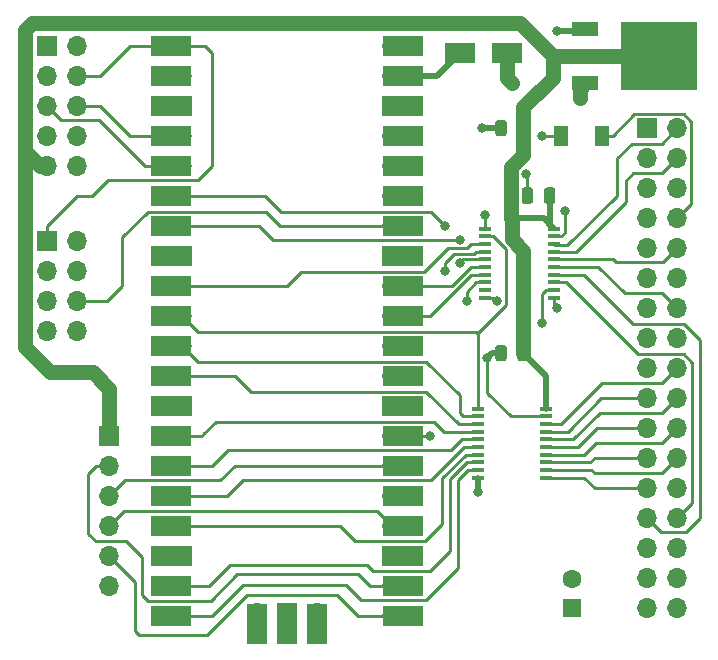
<source format=gtl>
G04 #@! TF.GenerationSoftware,KiCad,Pcbnew,(5.1.10)-1*
G04 #@! TF.CreationDate,2021-07-28T22:28:55+09:30*
G04 #@! TF.ProjectId,FilestoreE01-SSD,46696c65-7374-46f7-9265-4530312d5353,rev?*
G04 #@! TF.SameCoordinates,Original*
G04 #@! TF.FileFunction,Copper,L1,Top*
G04 #@! TF.FilePolarity,Positive*
%FSLAX46Y46*%
G04 Gerber Fmt 4.6, Leading zero omitted, Abs format (unit mm)*
G04 Created by KiCad (PCBNEW (5.1.10)-1) date 2021-07-28 22:28:55*
%MOMM*%
%LPD*%
G01*
G04 APERTURE LIST*
G04 #@! TA.AperFunction,SMDPad,CuDef*
%ADD10R,6.400000X5.800000*%
G04 #@! TD*
G04 #@! TA.AperFunction,SMDPad,CuDef*
%ADD11R,2.200000X1.200000*%
G04 #@! TD*
G04 #@! TA.AperFunction,SMDPad,CuDef*
%ADD12R,1.000000X0.400000*%
G04 #@! TD*
G04 #@! TA.AperFunction,ComponentPad*
%ADD13O,1.700000X1.700000*%
G04 #@! TD*
G04 #@! TA.AperFunction,SMDPad,CuDef*
%ADD14R,1.700000X3.500000*%
G04 #@! TD*
G04 #@! TA.AperFunction,ComponentPad*
%ADD15R,1.700000X1.700000*%
G04 #@! TD*
G04 #@! TA.AperFunction,SMDPad,CuDef*
%ADD16R,3.500000X1.700000*%
G04 #@! TD*
G04 #@! TA.AperFunction,SMDPad,CuDef*
%ADD17R,2.500000X1.800000*%
G04 #@! TD*
G04 #@! TA.AperFunction,ComponentPad*
%ADD18C,1.600000*%
G04 #@! TD*
G04 #@! TA.AperFunction,ComponentPad*
%ADD19R,1.600000X1.600000*%
G04 #@! TD*
G04 #@! TA.AperFunction,SMDPad,CuDef*
%ADD20R,1.300000X1.700000*%
G04 #@! TD*
G04 #@! TA.AperFunction,ViaPad*
%ADD21C,0.800000*%
G04 #@! TD*
G04 #@! TA.AperFunction,Conductor*
%ADD22C,0.254000*%
G04 #@! TD*
G04 #@! TA.AperFunction,Conductor*
%ADD23C,0.508000*%
G04 #@! TD*
G04 #@! TA.AperFunction,Conductor*
%ADD24C,0.250000*%
G04 #@! TD*
G04 #@! TA.AperFunction,Conductor*
%ADD25C,1.270000*%
G04 #@! TD*
G04 APERTURE END LIST*
D10*
X167410000Y-67565000D03*
D11*
X161110000Y-69845000D03*
X161110000Y-65285000D03*
D12*
X157840000Y-97405000D03*
X157840000Y-98055000D03*
X157840000Y-98705000D03*
X157840000Y-99355000D03*
X157840000Y-100005000D03*
X157840000Y-100655000D03*
X157840000Y-101305000D03*
X157840000Y-101955000D03*
X157840000Y-102605000D03*
X157840000Y-103255000D03*
X152040000Y-103255000D03*
X152040000Y-102605000D03*
X152040000Y-101955000D03*
X152040000Y-101305000D03*
X152040000Y-100655000D03*
X152040000Y-100005000D03*
X152040000Y-99355000D03*
X152040000Y-98705000D03*
X152040000Y-98055000D03*
X152040000Y-97405000D03*
X158475000Y-82165000D03*
X158475000Y-82815000D03*
X158475000Y-83465000D03*
X158475000Y-84115000D03*
X158475000Y-84765000D03*
X158475000Y-85415000D03*
X158475000Y-86065000D03*
X158475000Y-86715000D03*
X158475000Y-87365000D03*
X158475000Y-88015000D03*
X152675000Y-88015000D03*
X152675000Y-87365000D03*
X152675000Y-86715000D03*
X152675000Y-86065000D03*
X152675000Y-85415000D03*
X152675000Y-84765000D03*
X152675000Y-84115000D03*
X152675000Y-83465000D03*
X152675000Y-82815000D03*
X152675000Y-82165000D03*
D13*
X138430000Y-114705000D03*
D14*
X138430000Y-115605000D03*
D15*
X135890000Y-114705000D03*
D14*
X135890000Y-115605000D03*
D13*
X133350000Y-114705000D03*
D14*
X133350000Y-115605000D03*
D16*
X145680000Y-114935000D03*
X145680000Y-112395000D03*
X145680000Y-109855000D03*
X145680000Y-107315000D03*
X145680000Y-104775000D03*
X145680000Y-102235000D03*
X145680000Y-99695000D03*
X145680000Y-97155000D03*
X145680000Y-94615000D03*
X145680000Y-92075000D03*
X145680000Y-89535000D03*
X145680000Y-86995000D03*
X145680000Y-84455000D03*
X145680000Y-81915000D03*
X145680000Y-79375000D03*
X145680000Y-76835000D03*
X145680000Y-74295000D03*
X145680000Y-71755000D03*
X145680000Y-69215000D03*
X145680000Y-66675000D03*
X126100000Y-114935000D03*
X126100000Y-112395000D03*
X126100000Y-109855000D03*
X126100000Y-107315000D03*
X126100000Y-104775000D03*
X126100000Y-102235000D03*
X126100000Y-99695000D03*
X126100000Y-97155000D03*
X126100000Y-94615000D03*
X126100000Y-92075000D03*
X126100000Y-89535000D03*
X126100000Y-86995000D03*
X126100000Y-84455000D03*
X126100000Y-81915000D03*
X126100000Y-79375000D03*
X126100000Y-76835000D03*
X126100000Y-74295000D03*
X126100000Y-71755000D03*
X126100000Y-69215000D03*
X126100000Y-66675000D03*
D13*
X144780000Y-66675000D03*
X144780000Y-69215000D03*
D15*
X144780000Y-71755000D03*
D13*
X144780000Y-74295000D03*
X144780000Y-76835000D03*
X144780000Y-79375000D03*
X144780000Y-81915000D03*
D15*
X144780000Y-84455000D03*
D13*
X144780000Y-86995000D03*
X144780000Y-89535000D03*
X144780000Y-92075000D03*
X144780000Y-94615000D03*
D15*
X144780000Y-97155000D03*
D13*
X144780000Y-99695000D03*
X144780000Y-102235000D03*
X144780000Y-104775000D03*
X144780000Y-107315000D03*
D15*
X144780000Y-109855000D03*
D13*
X144780000Y-112395000D03*
X144780000Y-114935000D03*
X127000000Y-114935000D03*
X127000000Y-112395000D03*
D15*
X127000000Y-109855000D03*
D13*
X127000000Y-107315000D03*
X127000000Y-104775000D03*
X127000000Y-102235000D03*
X127000000Y-99695000D03*
D15*
X127000000Y-97155000D03*
D13*
X127000000Y-94615000D03*
X127000000Y-92075000D03*
X127000000Y-89535000D03*
X127000000Y-86995000D03*
D15*
X127000000Y-84455000D03*
D13*
X127000000Y-81915000D03*
X127000000Y-79375000D03*
X127000000Y-76835000D03*
X127000000Y-74295000D03*
D15*
X127000000Y-71755000D03*
D13*
X127000000Y-69215000D03*
X127000000Y-66675000D03*
X168910000Y-114300000D03*
X166370000Y-114300000D03*
X168910000Y-111760000D03*
X166370000Y-111760000D03*
X168910000Y-109220000D03*
X166370000Y-109220000D03*
X168910000Y-106680000D03*
X166370000Y-106680000D03*
X168910000Y-104140000D03*
X166370000Y-104140000D03*
X168910000Y-101600000D03*
X166370000Y-101600000D03*
X168910000Y-99060000D03*
X166370000Y-99060000D03*
X168910000Y-96520000D03*
X166370000Y-96520000D03*
X168910000Y-93980000D03*
X166370000Y-93980000D03*
X168910000Y-91440000D03*
X166370000Y-91440000D03*
X168910000Y-88900000D03*
X166370000Y-88900000D03*
X168910000Y-86360000D03*
X166370000Y-86360000D03*
X168910000Y-83820000D03*
X166370000Y-83820000D03*
X168910000Y-81280000D03*
X166370000Y-81280000D03*
X168910000Y-78740000D03*
X166370000Y-78740000D03*
X168910000Y-76200000D03*
X166370000Y-76200000D03*
X168910000Y-73660000D03*
D15*
X166370000Y-73660000D03*
D13*
X120815100Y-112435640D03*
X120815100Y-109895640D03*
X120815100Y-107355640D03*
X120815100Y-104815640D03*
X120815100Y-102275640D03*
D15*
X120815100Y-99735640D03*
D13*
X118110000Y-90805000D03*
X115570000Y-90805000D03*
X118110000Y-88265000D03*
X115570000Y-88265000D03*
X118110000Y-85725000D03*
X115570000Y-85725000D03*
X118110000Y-83185000D03*
D15*
X115570000Y-83185000D03*
D13*
X118110000Y-76835000D03*
X115570000Y-76835000D03*
X118110000Y-74295000D03*
X115570000Y-74295000D03*
X118110000Y-71755000D03*
X115570000Y-71755000D03*
X118110000Y-69215000D03*
X115570000Y-69215000D03*
X118110000Y-66675000D03*
D15*
X115570000Y-66675000D03*
D17*
X154495000Y-67310000D03*
X150495000Y-67310000D03*
G04 #@! TA.AperFunction,SMDPad,CuDef*
G36*
G01*
X154490000Y-73203750D02*
X154490000Y-74116250D01*
G75*
G02*
X154246250Y-74360000I-243750J0D01*
G01*
X153758750Y-74360000D01*
G75*
G02*
X153515000Y-74116250I0J243750D01*
G01*
X153515000Y-73203750D01*
G75*
G02*
X153758750Y-72960000I243750J0D01*
G01*
X154246250Y-72960000D01*
G75*
G02*
X154490000Y-73203750I0J-243750D01*
G01*
G37*
G04 #@! TD.AperFunction*
G04 #@! TA.AperFunction,SMDPad,CuDef*
G36*
G01*
X156365000Y-73203750D02*
X156365000Y-74116250D01*
G75*
G02*
X156121250Y-74360000I-243750J0D01*
G01*
X155633750Y-74360000D01*
G75*
G02*
X155390000Y-74116250I0J243750D01*
G01*
X155390000Y-73203750D01*
G75*
G02*
X155633750Y-72960000I243750J0D01*
G01*
X156121250Y-72960000D01*
G75*
G02*
X156365000Y-73203750I0J-243750D01*
G01*
G37*
G04 #@! TD.AperFunction*
G04 #@! TA.AperFunction,SMDPad,CuDef*
G36*
G01*
X156727500Y-78918750D02*
X156727500Y-79831250D01*
G75*
G02*
X156483750Y-80075000I-243750J0D01*
G01*
X155996250Y-80075000D01*
G75*
G02*
X155752500Y-79831250I0J243750D01*
G01*
X155752500Y-78918750D01*
G75*
G02*
X155996250Y-78675000I243750J0D01*
G01*
X156483750Y-78675000D01*
G75*
G02*
X156727500Y-78918750I0J-243750D01*
G01*
G37*
G04 #@! TD.AperFunction*
G04 #@! TA.AperFunction,SMDPad,CuDef*
G36*
G01*
X158602500Y-78918750D02*
X158602500Y-79831250D01*
G75*
G02*
X158358750Y-80075000I-243750J0D01*
G01*
X157871250Y-80075000D01*
G75*
G02*
X157627500Y-79831250I0J243750D01*
G01*
X157627500Y-78918750D01*
G75*
G02*
X157871250Y-78675000I243750J0D01*
G01*
X158358750Y-78675000D01*
G75*
G02*
X158602500Y-78918750I0J-243750D01*
G01*
G37*
G04 #@! TD.AperFunction*
G04 #@! TA.AperFunction,SMDPad,CuDef*
G36*
G01*
X154490000Y-92253750D02*
X154490000Y-93166250D01*
G75*
G02*
X154246250Y-93410000I-243750J0D01*
G01*
X153758750Y-93410000D01*
G75*
G02*
X153515000Y-93166250I0J243750D01*
G01*
X153515000Y-92253750D01*
G75*
G02*
X153758750Y-92010000I243750J0D01*
G01*
X154246250Y-92010000D01*
G75*
G02*
X154490000Y-92253750I0J-243750D01*
G01*
G37*
G04 #@! TD.AperFunction*
G04 #@! TA.AperFunction,SMDPad,CuDef*
G36*
G01*
X156365000Y-92253750D02*
X156365000Y-93166250D01*
G75*
G02*
X156121250Y-93410000I-243750J0D01*
G01*
X155633750Y-93410000D01*
G75*
G02*
X155390000Y-93166250I0J243750D01*
G01*
X155390000Y-92253750D01*
G75*
G02*
X155633750Y-92010000I243750J0D01*
G01*
X156121250Y-92010000D01*
G75*
G02*
X156365000Y-92253750I0J-243750D01*
G01*
G37*
G04 #@! TD.AperFunction*
D18*
X160020000Y-111800000D03*
D19*
X160020000Y-114300000D03*
D20*
X159060000Y-74295000D03*
X162560000Y-74295000D03*
D21*
X152400000Y-73660000D03*
X152675000Y-81005000D03*
X153670000Y-88265000D03*
X152040000Y-104500000D03*
X159385000Y-80645000D03*
X158750000Y-65405000D03*
X156117990Y-77500000D03*
X152853426Y-93133426D03*
X158750000Y-88900000D03*
X154940000Y-69850000D03*
X160655000Y-71119866D03*
X113665000Y-80010000D03*
X150495000Y-85090000D03*
X150495000Y-83092990D03*
X149225000Y-81915000D03*
X149225000Y-85725000D03*
X151130000Y-88265000D03*
X157480000Y-74295000D03*
X157480000Y-90170000D03*
X147955000Y-99695000D03*
D22*
X152675000Y-82165000D02*
X152675000Y-81005000D01*
D23*
X154002500Y-73660000D02*
X152400000Y-73660000D01*
D22*
X156239988Y-79375012D02*
X156240000Y-79375000D01*
X152675000Y-88015000D02*
X153420000Y-88015000D01*
X153420000Y-88015000D02*
X153670000Y-88265000D01*
D23*
X152040000Y-104500000D02*
X152040000Y-103259001D01*
D22*
X159385000Y-80645000D02*
X159385000Y-81915000D01*
X158480999Y-82819001D02*
X159109601Y-82819001D01*
X158475000Y-82815000D02*
X158485000Y-82815000D01*
X159109601Y-82819001D02*
X159385000Y-82543602D01*
X158485000Y-82815000D02*
X158480999Y-82819001D01*
X159385000Y-82543602D02*
X159385000Y-80645000D01*
D23*
X160990000Y-65405000D02*
X161110000Y-65285000D01*
X158750000Y-65405000D02*
X160990000Y-65405000D01*
D22*
X156240000Y-79375000D02*
X156240000Y-77622010D01*
X156240000Y-77622010D02*
X156117990Y-77500000D01*
D23*
X154002500Y-92710000D02*
X153276852Y-92710000D01*
X153276852Y-92710000D02*
X152853426Y-93133426D01*
D22*
X152853426Y-96084426D02*
X152853426Y-93133426D01*
X157840000Y-98055000D02*
X154824000Y-98055000D01*
X154824000Y-98055000D02*
X152853426Y-96084426D01*
D24*
X158475000Y-88015000D02*
X158475000Y-88625000D01*
X158475000Y-88625000D02*
X158750000Y-88900000D01*
X158750000Y-88900000D02*
X158750000Y-88900000D01*
D25*
X154495000Y-67310000D02*
X154495000Y-69405000D01*
X154495000Y-69405000D02*
X154940000Y-69850000D01*
X160655000Y-70300000D02*
X161110000Y-69845000D01*
X160655000Y-71119866D02*
X160655000Y-70300000D01*
X113665000Y-75565000D02*
X114935000Y-76835000D01*
X114935000Y-76835000D02*
X115570000Y-76835000D01*
X167410000Y-67565000D02*
X160213002Y-67565000D01*
X113665000Y-75565000D02*
X113665000Y-80010000D01*
X154917490Y-83058401D02*
X155877500Y-84018411D01*
X155877500Y-84018411D02*
X155877500Y-92710000D01*
X154917490Y-81302510D02*
X154917490Y-83058401D01*
X113665000Y-65376998D02*
X113665000Y-75565000D01*
X114271998Y-64770000D02*
X113665000Y-65376998D01*
X160213002Y-67565000D02*
X158370000Y-67565000D01*
X155575000Y-64770000D02*
X114271998Y-64770000D01*
X158370000Y-67565000D02*
X155575000Y-64770000D01*
X155877500Y-71900502D02*
X155877500Y-73660000D01*
X158370000Y-67565000D02*
X158370000Y-69408002D01*
X158370000Y-69408002D02*
X155877500Y-71900502D01*
D23*
X158420991Y-82110991D02*
X158475000Y-82110991D01*
X154917490Y-81302510D02*
X157612510Y-81302510D01*
X158115000Y-81805000D02*
X158170000Y-81860000D01*
X158115000Y-79375000D02*
X158115000Y-81805000D01*
X157612510Y-81302510D02*
X158170000Y-81860000D01*
X158170000Y-81860000D02*
X158420991Y-82110991D01*
X157840000Y-94672500D02*
X157840000Y-97400999D01*
X155877500Y-92710000D02*
X157840000Y-94672500D01*
D25*
X155877500Y-73660000D02*
X155877500Y-75912686D01*
X154882988Y-76907198D02*
X154882988Y-81268008D01*
X154882988Y-81268008D02*
X154917490Y-81302510D01*
X155877500Y-75912686D02*
X154882988Y-76907198D01*
X113665000Y-92158820D02*
X113665000Y-80010000D01*
X115834160Y-94327980D02*
X113665000Y-92158820D01*
X119435880Y-94327980D02*
X115834160Y-94327980D01*
X120815100Y-95707200D02*
X119435880Y-94327980D01*
X120815100Y-99735640D02*
X120815100Y-95707200D01*
D23*
X148590000Y-69215000D02*
X150495000Y-67310000D01*
X144780000Y-69215000D02*
X148590000Y-69215000D01*
D22*
X122555000Y-74295000D02*
X127000000Y-74295000D01*
X118110000Y-71755000D02*
X120015000Y-71755000D01*
X120015000Y-71755000D02*
X122555000Y-74295000D01*
X116747001Y-72932001D02*
X115570000Y-71755000D01*
X119922001Y-72932001D02*
X116747001Y-72932001D01*
X127000000Y-76835000D02*
X123825000Y-76835000D01*
X123825000Y-76835000D02*
X119922001Y-72932001D01*
X118110000Y-69215000D02*
X120015000Y-69215000D01*
X122555000Y-66675000D02*
X127000000Y-66675000D01*
X120015000Y-69215000D02*
X122555000Y-66675000D01*
X129540000Y-67310000D02*
X128905000Y-66675000D01*
X128905000Y-66675000D02*
X127000000Y-66675000D01*
X128362999Y-78012001D02*
X129540000Y-76835000D01*
X115570000Y-81915000D02*
X118110000Y-79375000D01*
X129540000Y-76835000D02*
X129540000Y-67310000D01*
X120742999Y-78012001D02*
X128362999Y-78012001D01*
X115570000Y-83185000D02*
X115570000Y-81915000D01*
X119380000Y-79375000D02*
X120742999Y-78012001D01*
X118110000Y-79375000D02*
X119380000Y-79375000D01*
X120650000Y-88265000D02*
X118110000Y-88265000D01*
X121920000Y-86995000D02*
X120650000Y-88265000D01*
X121920000Y-82906398D02*
X121920000Y-86995000D01*
X144770491Y-81905491D02*
X135278191Y-81905491D01*
X134110699Y-80737999D02*
X124088399Y-80737999D01*
X135278191Y-81905491D02*
X134110699Y-80737999D01*
X144780000Y-81915000D02*
X144770491Y-81905491D01*
X124088399Y-80737999D02*
X121920000Y-82906398D01*
X123017280Y-112097820D02*
X120815100Y-109895640D01*
X123017280Y-116210080D02*
X123017280Y-112097820D01*
X123347480Y-116540280D02*
X123017280Y-116210080D01*
X129148840Y-116540280D02*
X123347480Y-116540280D01*
X140149580Y-113223040D02*
X132466080Y-113223040D01*
X141861540Y-114935000D02*
X140149580Y-113223040D01*
X132466080Y-113223040D02*
X129148840Y-116540280D01*
X144780000Y-114935000D02*
X141861540Y-114935000D01*
X122100340Y-106070400D02*
X120815100Y-107355640D01*
X143535400Y-106070400D02*
X122100340Y-106070400D01*
X144780000Y-107315000D02*
X143535400Y-106070400D01*
X122118120Y-103512620D02*
X120815100Y-104815640D01*
X122143520Y-103487220D02*
X122118120Y-103512620D01*
X128511300Y-103487220D02*
X122143520Y-103487220D01*
X130192780Y-103487220D02*
X128291301Y-103487220D01*
X131437380Y-102242620D02*
X130192780Y-103487220D01*
X144772380Y-102242620D02*
X131437380Y-102242620D01*
X144780000Y-102235000D02*
X144772380Y-102242620D01*
X119682260Y-102275640D02*
X120815100Y-102275640D01*
X144762220Y-112412780D02*
X142875000Y-112412780D01*
X131650740Y-111439960D02*
X129405380Y-113685320D01*
X124104400Y-113685320D02*
X123634500Y-113215420D01*
X129405380Y-113685320D02*
X124104400Y-113685320D01*
X123634500Y-113215420D02*
X123634500Y-110002320D01*
X142875000Y-112412780D02*
X141902180Y-111439960D01*
X119057420Y-107988100D02*
X119057420Y-102900480D01*
X144780000Y-112395000D02*
X144762220Y-112412780D01*
X141902180Y-111439960D02*
X131650740Y-111439960D01*
X123634500Y-110002320D02*
X122242580Y-108610400D01*
X122242580Y-108610400D02*
X119679720Y-108610400D01*
X119679720Y-108610400D02*
X119057420Y-107988100D01*
X119057420Y-102900480D02*
X119682260Y-102275640D01*
X159484500Y-86715000D02*
X165572499Y-92802999D01*
X170180000Y-105410000D02*
X168910000Y-106680000D01*
X158475000Y-86715000D02*
X159484500Y-86715000D01*
X165572499Y-92802999D02*
X169474961Y-92802999D01*
X169474961Y-92802999D02*
X170180000Y-93508038D01*
X170180000Y-93508038D02*
X170180000Y-105410000D01*
X170815000Y-106680000D02*
X169637999Y-107857001D01*
X169637999Y-107857001D02*
X167547001Y-107857001D01*
X165192999Y-90262999D02*
X169474961Y-90262999D01*
X158475000Y-86065000D02*
X160995000Y-86065000D01*
X167547001Y-107857001D02*
X166370000Y-106680000D01*
X160995000Y-86065000D02*
X165192999Y-90262999D01*
X169474961Y-90262999D02*
X170815000Y-91603038D01*
X170815000Y-91603038D02*
X170815000Y-106680000D01*
D24*
X157840000Y-103255000D02*
X161040000Y-103255000D01*
X161925000Y-104140000D02*
X166370000Y-104140000D01*
X161040000Y-103255000D02*
X161925000Y-104140000D01*
X157840000Y-102605000D02*
X161660000Y-102605000D01*
X161660000Y-102605000D02*
X161925000Y-102870000D01*
X167640000Y-102870000D02*
X168910000Y-101600000D01*
X161925000Y-102870000D02*
X167640000Y-102870000D01*
X157840000Y-101955000D02*
X161570000Y-101955000D01*
X161925000Y-101600000D02*
X166370000Y-101600000D01*
X161570000Y-101955000D02*
X161925000Y-101600000D01*
X167640000Y-100330000D02*
X168910000Y-99060000D01*
X162015000Y-100330000D02*
X167640000Y-100330000D01*
X157840000Y-101305000D02*
X161040000Y-101305000D01*
X161040000Y-101305000D02*
X162015000Y-100330000D01*
X162148520Y-99060000D02*
X166370000Y-99060000D01*
X160553520Y-100655000D02*
X162148520Y-99060000D01*
X157840000Y-100655000D02*
X160553520Y-100655000D01*
X167665400Y-97764600D02*
X168910000Y-96520000D01*
X162351720Y-97764600D02*
X167665400Y-97764600D01*
X160111320Y-100005000D02*
X162351720Y-97764600D01*
X157840000Y-100005000D02*
X160111320Y-100005000D01*
X162488880Y-96520000D02*
X166370000Y-96520000D01*
X159653880Y-99355000D02*
X162488880Y-96520000D01*
X157840000Y-99355000D02*
X159653880Y-99355000D01*
X167652700Y-95237300D02*
X168910000Y-93980000D01*
X162585400Y-95237300D02*
X167652700Y-95237300D01*
X159117700Y-98705000D02*
X162585400Y-95237300D01*
X157840000Y-98705000D02*
X159117700Y-98705000D01*
D22*
X158475000Y-85415000D02*
X162250000Y-85415000D01*
X162250000Y-85415000D02*
X164465000Y-87630000D01*
X167640000Y-87630000D02*
X168910000Y-88900000D01*
X164465000Y-87630000D02*
X167640000Y-87630000D01*
D24*
X158475000Y-84765000D02*
X163505000Y-84765000D01*
X167734999Y-84995001D02*
X168910000Y-83820000D01*
X163735001Y-84995001D02*
X167734999Y-84995001D01*
X163505000Y-84765000D02*
X163735001Y-84995001D01*
X167670480Y-77439520D02*
X168910000Y-76200000D01*
X165213479Y-77439520D02*
X167670480Y-77439520D01*
X164547999Y-78105000D02*
X165213479Y-77439520D01*
X164547999Y-79927001D02*
X164547999Y-78105000D01*
X160360000Y-84115000D02*
X164547999Y-79927001D01*
X158475000Y-84115000D02*
X160360000Y-84115000D01*
X165066980Y-74963020D02*
X167606980Y-74963020D01*
X167606980Y-74963020D02*
X168910000Y-73660000D01*
X163830000Y-76200000D02*
X165066980Y-74963020D01*
X163830000Y-79377501D02*
X163830000Y-76200000D01*
X159617502Y-83589999D02*
X163830000Y-79377501D01*
X158519999Y-83589999D02*
X159617502Y-83589999D01*
X158475000Y-83545000D02*
X158519999Y-83589999D01*
X158475000Y-83465000D02*
X158475000Y-83545000D01*
D22*
X144780000Y-89535000D02*
X147955000Y-89535000D01*
X151425000Y-86065000D02*
X152675000Y-86065000D01*
X147955000Y-89535000D02*
X151425000Y-86065000D01*
X151432933Y-85415000D02*
X152675000Y-85415000D01*
X144780000Y-86995000D02*
X149852933Y-86995000D01*
X149852933Y-86995000D02*
X151432933Y-85415000D01*
X147691601Y-113572001D02*
X150368000Y-110895602D01*
X127000000Y-114935000D02*
X129540000Y-114935000D01*
X150368000Y-103447898D02*
X151210898Y-102605000D01*
X129540000Y-114935000D02*
X132143500Y-112331500D01*
X151210898Y-102605000D02*
X152040000Y-102605000D01*
X150368000Y-110895602D02*
X150368000Y-103447898D01*
X140906500Y-112331500D02*
X142147001Y-113572001D01*
X142147001Y-113572001D02*
X147691601Y-113572001D01*
X132143500Y-112331500D02*
X140906500Y-112331500D01*
D24*
X151290000Y-101955000D02*
X152040000Y-101955000D01*
X149669500Y-109474000D02*
X149669500Y-103378000D01*
X148018500Y-111125000D02*
X149669500Y-109474000D01*
X143197580Y-111125000D02*
X148018500Y-111125000D01*
X149669500Y-103378000D02*
X151092500Y-101955000D01*
X142689580Y-110617000D02*
X143197580Y-111125000D01*
X131064000Y-110617000D02*
X142689580Y-110617000D01*
X151092500Y-101955000D02*
X151290000Y-101955000D01*
X129286000Y-112395000D02*
X131064000Y-110617000D01*
X127000000Y-112395000D02*
X129286000Y-112395000D01*
D22*
X140335000Y-107315000D02*
X141605000Y-108585000D01*
X127000000Y-107315000D02*
X140335000Y-107315000D01*
X149015480Y-103317851D02*
X151028331Y-101305000D01*
X149015480Y-107168122D02*
X149015480Y-103317851D01*
X151028331Y-101305000D02*
X152040000Y-101305000D01*
X141605000Y-108585000D02*
X147598602Y-108585000D01*
X147598602Y-108585000D02*
X149015480Y-107168122D01*
X148088764Y-103412001D02*
X150845765Y-100655000D01*
X150845765Y-100655000D02*
X152040000Y-100655000D01*
X132172999Y-103412001D02*
X148088764Y-103412001D01*
X127000000Y-104775000D02*
X130810000Y-104775000D01*
X130810000Y-104775000D02*
X132172999Y-103412001D01*
D24*
X149796198Y-100872001D02*
X150659198Y-100009001D01*
X150663199Y-100005000D02*
X150659198Y-100009001D01*
X152040000Y-100005000D02*
X150663199Y-100005000D01*
D22*
X129540000Y-102235000D02*
X130902999Y-100872001D01*
X130902999Y-100872001D02*
X149796198Y-100872001D01*
X129540000Y-102235000D02*
X127000000Y-102235000D01*
X152040000Y-99355000D02*
X149133574Y-99355000D01*
D24*
X128651000Y-99695000D02*
X128778000Y-99568000D01*
X128651000Y-99695000D02*
X127000000Y-99695000D01*
D22*
X129828001Y-98517999D02*
X148296573Y-98517999D01*
X128778000Y-99568000D02*
X129828001Y-98517999D01*
X148296573Y-98517999D02*
X149133574Y-99355000D01*
X150418602Y-98705000D02*
X152040000Y-98705000D01*
X147691601Y-95977999D02*
X150418602Y-98705000D01*
X132807999Y-95977999D02*
X147691601Y-95977999D01*
X131445000Y-94615000D02*
X132807999Y-95977999D01*
X127000000Y-94615000D02*
X131445000Y-94615000D01*
X150760000Y-98055000D02*
X152040000Y-98055000D01*
X150495000Y-97790000D02*
X150760000Y-98055000D01*
X150495000Y-96241398D02*
X150495000Y-97790000D01*
X147691601Y-93437999D02*
X150495000Y-96241398D01*
X128362999Y-93437999D02*
X147691601Y-93437999D01*
X127000000Y-92075000D02*
X128362999Y-93437999D01*
X128362999Y-90897999D02*
X147691601Y-90897999D01*
X127000000Y-89535000D02*
X128362999Y-90897999D01*
X154397001Y-88613961D02*
X152112963Y-90897999D01*
X154397001Y-83898399D02*
X154397001Y-88613961D01*
X153313602Y-82815000D02*
X154397001Y-83898399D01*
X152675000Y-82815000D02*
X153313602Y-82815000D01*
X152040000Y-91080000D02*
X151857999Y-90897999D01*
X152112963Y-90897999D02*
X151857999Y-90897999D01*
X152040000Y-97405000D02*
X152040000Y-91080000D01*
X151857999Y-90897999D02*
X147691601Y-90897999D01*
X135890000Y-86995000D02*
X127000000Y-86995000D01*
X152675000Y-83465000D02*
X151485000Y-83465000D01*
X151485000Y-83465000D02*
X151130000Y-83820000D01*
X147505603Y-85817999D02*
X137067001Y-85817999D01*
X151130000Y-83820000D02*
X149503602Y-83820000D01*
X149503602Y-83820000D02*
X147505603Y-85817999D01*
X137067001Y-85817999D02*
X135890000Y-86995000D01*
X152675000Y-84765000D02*
X150820000Y-84765000D01*
X150820000Y-84765000D02*
X150495000Y-85090000D01*
X149929315Y-83092990D02*
X150495000Y-83092990D01*
X127000000Y-81915000D02*
X133534020Y-81915000D01*
X134712010Y-83092990D02*
X149929315Y-83092990D01*
X133534020Y-81915000D02*
X134712010Y-83092990D01*
X151725010Y-84310990D02*
X150004010Y-84310990D01*
X152675000Y-84115000D02*
X151921000Y-84115000D01*
X151921000Y-84115000D02*
X151725010Y-84310990D01*
X149225000Y-85090000D02*
X149225000Y-85725000D01*
X150004010Y-84310990D02*
X149225000Y-85090000D01*
X148047999Y-80737999D02*
X149225000Y-81915000D01*
X135347999Y-80737999D02*
X148047999Y-80737999D01*
X127000000Y-79375000D02*
X133985000Y-79375000D01*
X133985000Y-79375000D02*
X135347999Y-80737999D01*
X151921000Y-86715000D02*
X151130000Y-87506000D01*
X152675000Y-86715000D02*
X151921000Y-86715000D01*
X151130000Y-87506000D02*
X151130000Y-88265000D01*
X159060000Y-74295000D02*
X157480000Y-74295000D01*
X170087001Y-73095039D02*
X170087001Y-80102999D01*
X169474961Y-72482999D02*
X170087001Y-73095039D01*
X165276001Y-72482999D02*
X169474961Y-72482999D01*
X163464000Y-74295000D02*
X165276001Y-72482999D01*
X170087001Y-80102999D02*
X168910000Y-81280000D01*
X162560000Y-74295000D02*
X163464000Y-74295000D01*
X157836398Y-87365000D02*
X157480000Y-87721398D01*
X158475000Y-87365000D02*
X157836398Y-87365000D01*
X157480000Y-87721398D02*
X157480000Y-90170000D01*
X144780000Y-99695000D02*
X147955000Y-99695000D01*
M02*

</source>
